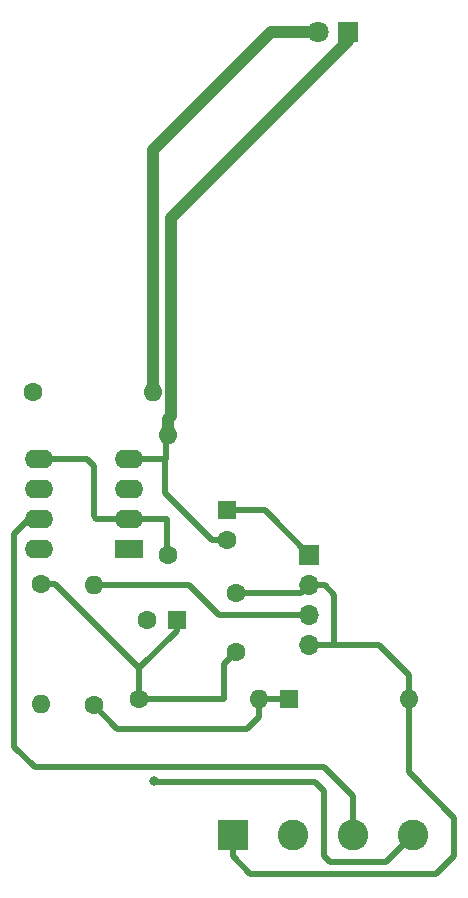
<source format=gbr>
%TF.GenerationSoftware,KiCad,Pcbnew,(5.1.9)-1*%
%TF.CreationDate,2021-03-23T14:31:34+01:00*%
%TF.ProjectId,DCF77 Receiver,44434637-3720-4526-9563-65697665722e,rev?*%
%TF.SameCoordinates,Original*%
%TF.FileFunction,Copper,L2,Bot*%
%TF.FilePolarity,Positive*%
%FSLAX46Y46*%
G04 Gerber Fmt 4.6, Leading zero omitted, Abs format (unit mm)*
G04 Created by KiCad (PCBNEW (5.1.9)-1) date 2021-03-23 14:31:34*
%MOMM*%
%LPD*%
G01*
G04 APERTURE LIST*
%TA.AperFunction,ComponentPad*%
%ADD10C,1.600000*%
%TD*%
%TA.AperFunction,ComponentPad*%
%ADD11R,1.600000X1.600000*%
%TD*%
%TA.AperFunction,ComponentPad*%
%ADD12O,1.600000X1.600000*%
%TD*%
%TA.AperFunction,ComponentPad*%
%ADD13R,1.800000X1.800000*%
%TD*%
%TA.AperFunction,ComponentPad*%
%ADD14C,1.800000*%
%TD*%
%TA.AperFunction,ComponentPad*%
%ADD15R,2.600000X2.600000*%
%TD*%
%TA.AperFunction,ComponentPad*%
%ADD16C,2.600000*%
%TD*%
%TA.AperFunction,ComponentPad*%
%ADD17R,1.700000X1.700000*%
%TD*%
%TA.AperFunction,ComponentPad*%
%ADD18O,1.700000X1.700000*%
%TD*%
%TA.AperFunction,ComponentPad*%
%ADD19R,2.400000X1.600000*%
%TD*%
%TA.AperFunction,ComponentPad*%
%ADD20O,2.400000X1.600000*%
%TD*%
%TA.AperFunction,ViaPad*%
%ADD21C,0.800000*%
%TD*%
%TA.AperFunction,Conductor*%
%ADD22C,0.500000*%
%TD*%
%TA.AperFunction,Conductor*%
%ADD23C,1.000000*%
%TD*%
G04 APERTURE END LIST*
D10*
%TO.P,C1,1*%
%TO.N,+5V*%
X99750000Y-168500000D03*
%TO.P,C1,2*%
%TO.N,GND*%
X99750000Y-163500000D03*
%TD*%
%TO.P,C2,2*%
%TO.N,GND*%
X92250000Y-165750000D03*
D11*
%TO.P,C2,1*%
%TO.N,+5V*%
X94750000Y-165750000D03*
%TD*%
%TO.P,C3,1*%
%TO.N,/3.3V*%
X99000000Y-156500000D03*
D10*
%TO.P,C3,2*%
%TO.N,GND*%
X99000000Y-159000000D03*
%TD*%
D11*
%TO.P,D1,1*%
%TO.N,/3.3V*%
X104250000Y-172500000D03*
D12*
%TO.P,D1,2*%
%TO.N,GND*%
X114410000Y-172500000D03*
%TD*%
D13*
%TO.P,D2,1*%
%TO.N,GND*%
X109250000Y-116000000D03*
D14*
%TO.P,D2,2*%
%TO.N,Net-(D2-Pad2)*%
X106710000Y-116000000D03*
%TD*%
D15*
%TO.P,J1,1*%
%TO.N,GND*%
X99500000Y-184000000D03*
D16*
%TO.P,J1,2*%
%TO.N,+5V*%
X104580000Y-184000000D03*
%TO.P,J1,3*%
%TO.N,/Data+*%
X109660000Y-184000000D03*
%TO.P,J1,4*%
%TO.N,/Data-*%
X114740000Y-184000000D03*
%TD*%
D17*
%TO.P,J2,1*%
%TO.N,/3.3V*%
X106000000Y-160250000D03*
D18*
%TO.P,J2,2*%
%TO.N,GND*%
X106000000Y-162790000D03*
%TO.P,J2,3*%
%TO.N,/DCFModuleData*%
X106000000Y-165330000D03*
%TO.P,J2,4*%
%TO.N,GND*%
X106000000Y-167870000D03*
%TD*%
D10*
%TO.P,R1,1*%
%TO.N,/Data-*%
X82590000Y-146500000D03*
D12*
%TO.P,R1,2*%
%TO.N,Net-(D2-Pad2)*%
X92750000Y-146500000D03*
%TD*%
%TO.P,R2,2*%
%TO.N,Net-(R2-Pad2)*%
X83250000Y-172910000D03*
D10*
%TO.P,R2,1*%
%TO.N,+5V*%
X83250000Y-162750000D03*
%TD*%
%TO.P,R3,1*%
%TO.N,Net-(R2-Pad2)*%
X94000000Y-160250000D03*
D12*
%TO.P,R3,2*%
%TO.N,GND*%
X94000000Y-150090000D03*
%TD*%
D10*
%TO.P,R4,1*%
%TO.N,+5V*%
X91590000Y-172500000D03*
D12*
%TO.P,R4,2*%
%TO.N,/3.3V*%
X101750000Y-172500000D03*
%TD*%
%TO.P,R5,2*%
%TO.N,/DCFModuleData*%
X87750000Y-162840000D03*
D10*
%TO.P,R5,1*%
%TO.N,/3.3V*%
X87750000Y-173000000D03*
%TD*%
D19*
%TO.P,U1,1*%
%TO.N,/Data-*%
X90750000Y-159750000D03*
D20*
%TO.P,U1,5*%
%TO.N,Net-(R2-Pad2)*%
X83130000Y-152130000D03*
%TO.P,U1,2*%
X90750000Y-157210000D03*
%TO.P,U1,6*%
%TO.N,/DCFModuleData*%
X83130000Y-154670000D03*
%TO.P,U1,3*%
X90750000Y-154670000D03*
%TO.P,U1,7*%
%TO.N,/Data+*%
X83130000Y-157210000D03*
%TO.P,U1,4*%
%TO.N,GND*%
X90750000Y-152130000D03*
%TO.P,U1,8*%
%TO.N,+5V*%
X83130000Y-159750000D03*
%TD*%
D21*
%TO.N,/Data-*%
X92840001Y-179409999D03*
%TD*%
D22*
%TO.N,+5V*%
X91590000Y-172500000D02*
X98750000Y-172500000D01*
X91590000Y-172500000D02*
X91590000Y-169840000D01*
X84500000Y-162750000D02*
X83250000Y-162750000D01*
X91590000Y-169840000D02*
X84500000Y-162750000D01*
X98750000Y-169500000D02*
X99750000Y-168500000D01*
X98750000Y-172500000D02*
X98750000Y-169500000D01*
X94750000Y-166680000D02*
X91590000Y-169840000D01*
X94750000Y-165750000D02*
X94750000Y-166680000D01*
%TO.N,GND*%
X99500000Y-184000000D02*
X99500000Y-185750000D01*
X99500000Y-185750000D02*
X101000000Y-187250000D01*
X101000000Y-187250000D02*
X116750000Y-187250000D01*
X116750000Y-187250000D02*
X118250000Y-185750000D01*
X118250000Y-185750000D02*
X118250000Y-182500000D01*
X114410000Y-178660000D02*
X114410000Y-172500000D01*
X118250000Y-182500000D02*
X114410000Y-178660000D01*
X114410000Y-170410000D02*
X114410000Y-172500000D01*
X111870000Y-167870000D02*
X114410000Y-170410000D01*
X106000000Y-162790000D02*
X107290000Y-162790000D01*
X108120000Y-163620000D02*
X108120000Y-167870000D01*
X107290000Y-162790000D02*
X108120000Y-163620000D01*
X108120000Y-167870000D02*
X111870000Y-167870000D01*
X106000000Y-167870000D02*
X108120000Y-167870000D01*
X90750000Y-152130000D02*
X93870000Y-152130000D01*
X105290000Y-163500000D02*
X106000000Y-162790000D01*
X99750000Y-163500000D02*
X105290000Y-163500000D01*
X93870000Y-150220000D02*
X94000000Y-150090000D01*
X93870000Y-152130000D02*
X93870000Y-150220000D01*
X99000000Y-159000000D02*
X97750000Y-159000000D01*
X97750000Y-159000000D02*
X93750000Y-155000000D01*
X93750000Y-152250000D02*
X93870000Y-152130000D01*
X93750000Y-155000000D02*
X93750000Y-152250000D01*
X94000000Y-150090000D02*
X94000000Y-149500000D01*
D23*
X109250000Y-116750000D02*
X109250000Y-116000000D01*
X94250001Y-131749999D02*
X109250000Y-116750000D01*
X94250001Y-148499999D02*
X94250001Y-131749999D01*
X94000000Y-148750000D02*
X94250001Y-148499999D01*
X94000000Y-150090000D02*
X94000000Y-148750000D01*
D22*
%TO.N,/3.3V*%
X101750000Y-172500000D02*
X104250000Y-172500000D01*
X101750000Y-172500000D02*
X101750000Y-174000000D01*
X101750000Y-174000000D02*
X100750000Y-175000000D01*
X89750000Y-175000000D02*
X87750000Y-173000000D01*
X100750000Y-175000000D02*
X89750000Y-175000000D01*
X102250000Y-156500000D02*
X102500000Y-156750000D01*
X99000000Y-156500000D02*
X102250000Y-156500000D01*
X102500000Y-156750000D02*
X106000000Y-160250000D01*
D23*
%TO.N,Net-(D2-Pad2)*%
X92750000Y-146500000D02*
X92750000Y-126000000D01*
X102750000Y-116000000D02*
X106710000Y-116000000D01*
X92750000Y-126000000D02*
X102750000Y-116000000D01*
D22*
%TO.N,/DCFModuleData*%
X87910000Y-163000000D02*
X87750000Y-162840000D01*
X98330000Y-165330000D02*
X100330000Y-165330000D01*
X87750000Y-162840000D02*
X95840000Y-162840000D01*
X100330000Y-165330000D02*
X100080000Y-165330000D01*
X95840000Y-162840000D02*
X98330000Y-165330000D01*
X106000000Y-165330000D02*
X100330000Y-165330000D01*
%TO.N,Net-(R2-Pad2)*%
X83130000Y-152130000D02*
X87130000Y-152130000D01*
X87130000Y-152130000D02*
X87750000Y-152750000D01*
X87750000Y-152750000D02*
X87750000Y-157000000D01*
X87960000Y-157210000D02*
X90750000Y-157210000D01*
X87750000Y-157000000D02*
X87960000Y-157210000D01*
X90750000Y-157210000D02*
X93960000Y-157210000D01*
X93960000Y-160210000D02*
X94000000Y-160250000D01*
X93960000Y-157210000D02*
X93960000Y-160210000D01*
%TO.N,/Data+*%
X109660000Y-184000000D02*
X109660000Y-180660000D01*
X109660000Y-180660000D02*
X107250000Y-178250000D01*
X107250000Y-178250000D02*
X82750000Y-178250000D01*
X83130000Y-157210000D02*
X82290000Y-157210000D01*
X82290000Y-157210000D02*
X81000000Y-158500000D01*
X81000000Y-176500000D02*
X82750000Y-178250000D01*
X81000000Y-158500000D02*
X81000000Y-176500000D01*
%TO.N,/Data-*%
X92930002Y-179500000D02*
X92840001Y-179409999D01*
X106500000Y-179500000D02*
X92930002Y-179500000D01*
X107250000Y-180250000D02*
X106500000Y-179500000D01*
X107250000Y-185750000D02*
X107250000Y-180250000D01*
X107750000Y-186250000D02*
X107250000Y-185750000D01*
X112490000Y-186250000D02*
X107750000Y-186250000D01*
X114740000Y-184000000D02*
X112490000Y-186250000D01*
%TD*%
M02*

</source>
